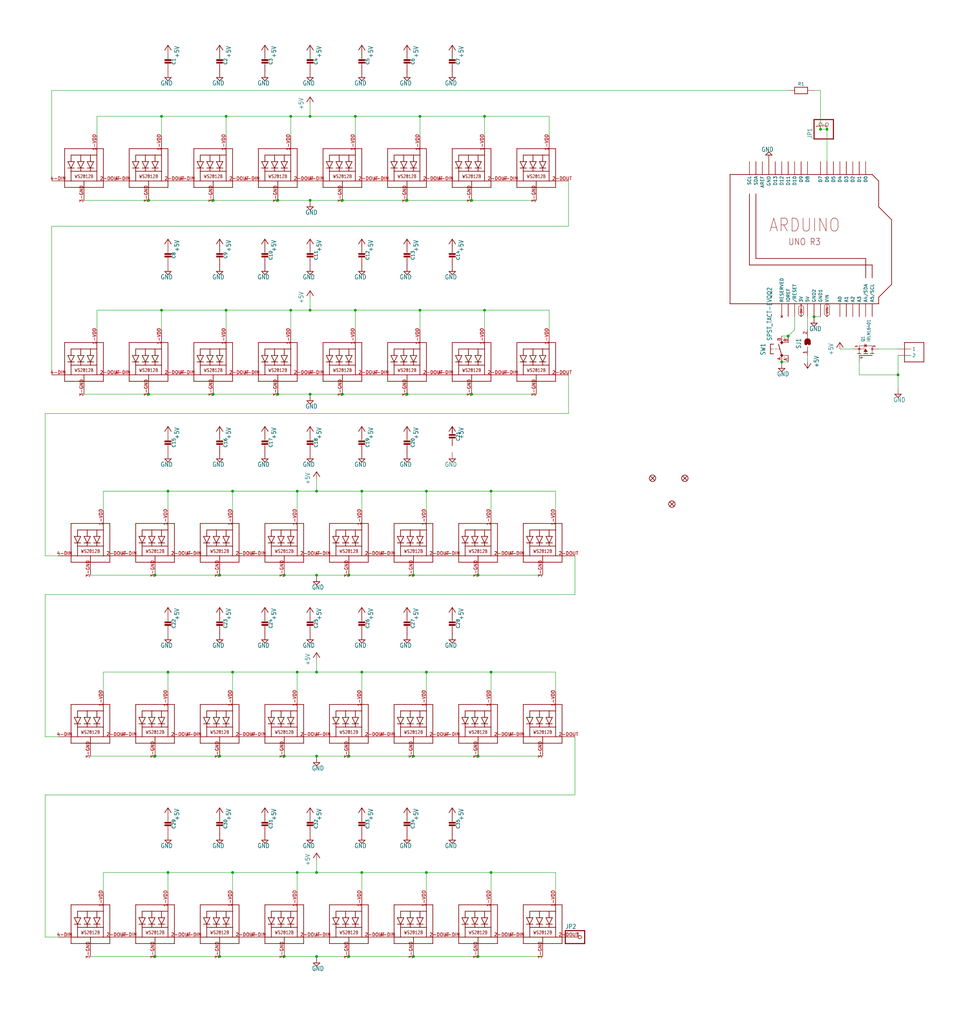
<source format=kicad_sch>
(kicad_sch (version 20230121) (generator eeschema)
  (paper "User" 383.743 402.488)
  (junction (at 86.36 375.92))
  (junction (at 58.42 154.94))
  (junction (at 187.96 297.18))
  (junction (at 66.04 342.9))
  (junction (at 91.44 264.16))
  (junction (at 322.58 50.8))
  (junction (at 139.7 45.72))
  (junction (at 325.12 50.8))
  (junction (at 60.96 297.18))
  (junction (at 66.04 193.04))
  (junction (at 162.56 226.06))
  (junction (at 162.56 297.18))
  (junction (at 86.36 297.18))
  (junction (at 190.5 45.72))
  (junction (at 124.46 375.92))
  (junction (at 63.5 121.92))
  (junction (at 134.62 154.94))
  (junction (at 60.96 375.92))
  (junction (at 165.1 45.72))
  (junction (at 187.96 226.06))
  (junction (at 66.04 264.16))
  (junction (at 91.44 193.04))
  (junction (at 190.5 121.92))
  (junction (at 167.64 342.9))
  (junction (at 111.76 297.18))
  (junction (at 116.84 264.16))
  (junction (at 111.76 375.92))
  (junction (at 142.24 193.04))
  (junction (at 121.92 78.74))
  (junction (at 167.64 193.04))
  (junction (at 124.46 342.9))
  (junction (at 193.04 342.9))
  (junction (at 165.1 121.92))
  (junction (at 121.92 121.92))
  (junction (at 193.04 264.16))
  (junction (at 121.92 154.94))
  (junction (at 60.96 226.06))
  (junction (at 88.9 121.92))
  (junction (at 63.5 45.72))
  (junction (at 142.24 342.9))
  (junction (at 121.92 45.72))
  (junction (at 162.56 375.92))
  (junction (at 309.88 132.08))
  (junction (at 91.44 342.9))
  (junction (at 185.42 78.74))
  (junction (at 142.24 264.16))
  (junction (at 86.36 226.06))
  (junction (at 109.22 154.94))
  (junction (at 124.46 264.16))
  (junction (at 114.3 121.92))
  (junction (at 167.64 264.16))
  (junction (at 139.7 121.92))
  (junction (at 137.16 226.06))
  (junction (at 193.04 193.04))
  (junction (at 124.46 297.18))
  (junction (at 83.82 78.74))
  (junction (at 109.22 78.74))
  (junction (at 185.42 154.94))
  (junction (at 58.42 78.74))
  (junction (at 137.16 297.18))
  (junction (at 307.34 142.24))
  (junction (at 116.84 342.9))
  (junction (at 187.96 375.92))
  (junction (at 111.76 226.06))
  (junction (at 160.02 154.94))
  (junction (at 83.82 154.94))
  (junction (at 114.3 45.72))
  (junction (at 124.46 193.04))
  (junction (at 88.9 45.72))
  (junction (at 353.06 147.32))
  (junction (at 134.62 78.74))
  (junction (at 160.02 78.74))
  (junction (at 320.04 124.46))
  (junction (at 124.46 226.06))
  (junction (at 116.84 193.04))
  (junction (at 137.16 375.92))
  (wire (pts (xy 86.36 226.06) (xy 111.76 226.06)) (stroke (width 0.1524)))
  (wire (pts (xy 111.76 226.06) (xy 124.46 226.06)) (stroke (width 0.1524)))
  (wire (pts (xy 35.56 226.06) (xy 60.96 226.06)) (stroke (width 0.1524)))
  (wire (pts (xy 325.12 50.8) (xy 322.58 50.8)) (stroke (width 0.1524)))
  (wire (pts (xy 86.36 297.18) (xy 111.76 297.18)) (stroke (width 0.1524)))
  (wire (pts (xy 185.42 78.74) (xy 210.82 78.74)) (stroke (width 0.1524)))
  (wire (pts (xy 167.64 342.9) (xy 193.04 342.9)) (stroke (width 0.1524)))
  (wire (pts (xy 66.04 200.66) (xy 66.04 193.04)) (stroke (width 0.1524)))
  (wire (pts (xy 226.06 312.42) (xy 226.06 289.56)) (stroke (width 0.1524)))
  (wire (pts (xy 88.9 45.72) (xy 88.9 53.34)) (stroke (width 0.1524)))
  (wire (pts (xy 40.64 342.9) (xy 66.04 342.9)) (stroke (width 0.1524)))
  (wire (pts (xy 17.78 218.44) (xy 17.78 162.56)) (stroke (width 0.1524)))
  (wire (pts (xy 215.9 121.92) (xy 215.9 129.54)) (stroke (width 0.1524)))
  (wire (pts (xy 193.04 342.9) (xy 218.44 342.9)) (stroke (width 0.1524)))
  (wire (pts (xy 124.46 226.06) (xy 137.16 226.06)) (stroke (width 0.1524)))
  (wire (pts (xy 218.44 342.9) (xy 218.44 350.52)) (stroke (width 0.1524)))
  (wire (pts (xy 162.56 226.06) (xy 187.96 226.06)) (stroke (width 0.1524)))
  (wire (pts (xy 22.86 218.44) (xy 17.78 218.44)) (stroke (width 0.1524)))
  (wire (pts (xy 17.78 368.3) (xy 17.78 312.42)) (stroke (width 0.1524)))
  (wire (pts (xy 137.16 297.18) (xy 162.56 297.18)) (stroke (width 0.1524)))
  (wire (pts (xy 160.02 78.74) (xy 185.42 78.74)) (stroke (width 0.1524)))
  (wire (pts (xy 165.1 53.34) (xy 165.1 45.72)) (stroke (width 0.1524)))
  (wire (pts (xy 139.7 121.92) (xy 139.7 129.54)) (stroke (width 0.1524)))
  (wire (pts (xy 91.44 264.16) (xy 116.84 264.16)) (stroke (width 0.1524)))
  (wire (pts (xy 320.04 35.56) (xy 322.58 35.56)) (stroke (width 0.1524)))
  (wire (pts (xy 193.04 264.16) (xy 218.44 264.16)) (stroke (width 0.1524)))
  (wire (pts (xy 114.3 121.92) (xy 121.92 121.92)) (stroke (width 0.1524)))
  (wire (pts (xy 20.32 35.56) (xy 309.88 35.56)) (stroke (width 0.1524)))
  (wire (pts (xy 187.96 297.18) (xy 213.36 297.18)) (stroke (width 0.1524)))
  (wire (pts (xy 116.84 264.16) (xy 116.84 271.78)) (stroke (width 0.1524)))
  (wire (pts (xy 22.86 289.56) (xy 17.78 289.56)) (stroke (width 0.1524)))
  (wire (pts (xy 114.3 45.72) (xy 121.92 45.72)) (stroke (width 0.1524)))
  (wire (pts (xy 124.46 342.9) (xy 142.24 342.9)) (stroke (width 0.1524)))
  (wire (pts (xy 116.84 264.16) (xy 124.46 264.16)) (stroke (width 0.1524)))
  (wire (pts (xy 193.04 193.04) (xy 218.44 193.04)) (stroke (width 0.1524)))
  (wire (pts (xy 165.1 121.92) (xy 190.5 121.92)) (stroke (width 0.1524)))
  (wire (pts (xy 335.28 137.16) (xy 330.2 137.16)) (stroke (width 0.1524)))
  (wire (pts (xy 17.78 289.56) (xy 17.78 233.68)) (stroke (width 0.1524)))
  (wire (pts (xy 40.64 271.78) (xy 40.64 264.16)) (stroke (width 0.1524)))
  (wire (pts (xy 353.06 147.32) (xy 353.06 152.4)) (stroke (width 0.1524)))
  (wire (pts (xy 167.64 350.52) (xy 167.64 342.9)) (stroke (width 0.1524)))
  (wire (pts (xy 114.3 45.72) (xy 114.3 53.34)) (stroke (width 0.1524)))
  (wire (pts (xy 86.36 375.92) (xy 111.76 375.92)) (stroke (width 0.1524)))
  (wire (pts (xy 124.46 259.08) (xy 124.46 264.16)) (stroke (width 0.1524)))
  (wire (pts (xy 38.1 45.72) (xy 63.5 45.72)) (stroke (width 0.1524)))
  (wire (pts (xy 114.3 121.92) (xy 114.3 129.54)) (stroke (width 0.1524)))
  (wire (pts (xy 142.24 342.9) (xy 142.24 350.52)) (stroke (width 0.1524)))
  (wire (pts (xy 91.44 342.9) (xy 116.84 342.9)) (stroke (width 0.1524)))
  (wire (pts (xy 58.42 78.74) (xy 83.82 78.74)) (stroke (width 0.1524)))
  (wire (pts (xy 167.64 193.04) (xy 193.04 193.04)) (stroke (width 0.1524)))
  (wire (pts (xy 190.5 121.92) (xy 190.5 129.54)) (stroke (width 0.1524)))
  (wire (pts (xy 218.44 193.04) (xy 218.44 200.66)) (stroke (width 0.1524)))
  (wire (pts (xy 223.52 162.56) (xy 223.52 147.32)) (stroke (width 0.1524)))
  (wire (pts (xy 223.52 88.9) (xy 223.52 71.12)) (stroke (width 0.1524)))
  (wire (pts (xy 167.64 264.16) (xy 193.04 264.16)) (stroke (width 0.1524)))
  (wire (pts (xy 139.7 121.92) (xy 165.1 121.92)) (stroke (width 0.1524)))
  (wire (pts (xy 121.92 154.94) (xy 134.62 154.94)) (stroke (width 0.1524)))
  (wire (pts (xy 124.46 375.92) (xy 137.16 375.92)) (stroke (width 0.1524)))
  (wire (pts (xy 165.1 129.54) (xy 165.1 121.92)) (stroke (width 0.1524)))
  (wire (pts (xy 121.92 40.64) (xy 121.92 45.72)) (stroke (width 0.1524)))
  (wire (pts (xy 116.84 342.9) (xy 116.84 350.52)) (stroke (width 0.1524)))
  (wire (pts (xy 38.1 121.92) (xy 63.5 121.92)) (stroke (width 0.1524)))
  (wire (pts (xy 58.42 154.94) (xy 83.82 154.94)) (stroke (width 0.1524)))
  (wire (pts (xy 337.82 142.24) (xy 337.82 147.32)) (stroke (width 0.1524)))
  (wire (pts (xy 218.44 264.16) (xy 218.44 271.78)) (stroke (width 0.1524)))
  (wire (pts (xy 66.04 342.9) (xy 91.44 342.9)) (stroke (width 0.1524)))
  (wire (pts (xy 111.76 375.92) (xy 124.46 375.92)) (stroke (width 0.1524)))
  (wire (pts (xy 137.16 226.06) (xy 162.56 226.06)) (stroke (width 0.1524)))
  (wire (pts (xy 20.32 71.12) (xy 20.32 35.56)) (stroke (width 0.1524)))
  (wire (pts (xy 88.9 121.92) (xy 88.9 129.54)) (stroke (width 0.1524)))
  (wire (pts (xy 187.96 375.92) (xy 213.36 375.92)) (stroke (width 0.1524)))
  (wire (pts (xy 215.9 45.72) (xy 215.9 53.34)) (stroke (width 0.1524)))
  (wire (pts (xy 40.64 264.16) (xy 66.04 264.16)) (stroke (width 0.1524)))
  (wire (pts (xy 309.88 142.24) (xy 307.34 142.24)) (stroke (width 0.1524)))
  (wire (pts (xy 162.56 375.92) (xy 187.96 375.92)) (stroke (width 0.1524)))
  (wire (pts (xy 187.96 226.06) (xy 213.36 226.06)) (stroke (width 0.1524)))
  (wire (pts (xy 317.5 139.7) (xy 317.5 142.24)) (stroke (width 0.1524)))
  (wire (pts (xy 193.04 264.16) (xy 193.04 271.78)) (stroke (width 0.1524)))
  (wire (pts (xy 121.92 45.72) (xy 139.7 45.72)) (stroke (width 0.1524)))
  (wire (pts (xy 66.04 264.16) (xy 91.44 264.16)) (stroke (width 0.1524)))
  (wire (pts (xy 142.24 193.04) (xy 142.24 200.66)) (stroke (width 0.1524)))
  (wire (pts (xy 322.58 124.46) (xy 320.04 124.46)) (stroke (width 0.1524)))
  (wire (pts (xy 124.46 337.82) (xy 124.46 342.9)) (stroke (width 0.1524)))
  (wire (pts (xy 60.96 226.06) (xy 86.36 226.06)) (stroke (width 0.1524)))
  (wire (pts (xy 116.84 342.9) (xy 124.46 342.9)) (stroke (width 0.1524)))
  (wire (pts (xy 121.92 116.84) (xy 121.92 121.92)) (stroke (width 0.1524)))
  (wire (pts (xy 317.5 124.46) (xy 317.5 129.54)) (stroke (width 0.1524)))
  (wire (pts (xy 190.5 121.92) (xy 215.9 121.92)) (stroke (width 0.1524)))
  (wire (pts (xy 121.92 121.92) (xy 139.7 121.92)) (stroke (width 0.1524)))
  (wire (pts (xy 142.24 342.9) (xy 167.64 342.9)) (stroke (width 0.1524)))
  (wire (pts (xy 35.56 297.18) (xy 60.96 297.18)) (stroke (width 0.1524)))
  (wire (pts (xy 193.04 342.9) (xy 193.04 350.52)) (stroke (width 0.1524)))
  (wire (pts (xy 116.84 193.04) (xy 124.46 193.04)) (stroke (width 0.1524)))
  (wire (pts (xy 309.88 132.08) (xy 312.42 129.54)) (stroke (width 0.1524)))
  (wire (pts (xy 91.44 193.04) (xy 116.84 193.04)) (stroke (width 0.1524)))
  (wire (pts (xy 17.78 233.68) (xy 226.06 233.68)) (stroke (width 0.1524)))
  (wire (pts (xy 83.82 154.94) (xy 109.22 154.94)) (stroke (width 0.1524)))
  (wire (pts (xy 60.96 375.92) (xy 86.36 375.92)) (stroke (width 0.1524)))
  (wire (pts (xy 312.42 129.54) (xy 312.42 124.46)) (stroke (width 0.1524)))
  (wire (pts (xy 307.34 132.08) (xy 309.88 132.08)) (stroke (width 0.1524)))
  (wire (pts (xy 134.62 154.94) (xy 160.02 154.94)) (stroke (width 0.1524)))
  (wire (pts (xy 142.24 264.16) (xy 167.64 264.16)) (stroke (width 0.1524)))
  (wire (pts (xy 116.84 193.04) (xy 116.84 200.66)) (stroke (width 0.1524)))
  (wire (pts (xy 40.64 200.66) (xy 40.64 193.04)) (stroke (width 0.1524)))
  (wire (pts (xy 83.82 78.74) (xy 109.22 78.74)) (stroke (width 0.1524)))
  (wire (pts (xy 22.86 368.3) (xy 17.78 368.3)) (stroke (width 0.1524)))
  (wire (pts (xy 134.62 78.74) (xy 160.02 78.74)) (stroke (width 0.1524)))
  (wire (pts (xy 167.64 271.78) (xy 167.64 264.16)) (stroke (width 0.1524)))
  (wire (pts (xy 139.7 45.72) (xy 165.1 45.72)) (stroke (width 0.1524)))
  (wire (pts (xy 162.56 297.18) (xy 187.96 297.18)) (stroke (width 0.1524)))
  (wire (pts (xy 66.04 350.52) (xy 66.04 342.9)) (stroke (width 0.1524)))
  (wire (pts (xy 165.1 45.72) (xy 190.5 45.72)) (stroke (width 0.1524)))
  (wire (pts (xy 35.56 375.92) (xy 60.96 375.92)) (stroke (width 0.1524)))
  (wire (pts (xy 33.02 154.94) (xy 58.42 154.94)) (stroke (width 0.1524)))
  (wire (pts (xy 109.22 78.74) (xy 121.92 78.74)) (stroke (width 0.1524)))
  (wire (pts (xy 124.46 264.16) (xy 142.24 264.16)) (stroke (width 0.1524)))
  (wire (pts (xy 139.7 45.72) (xy 139.7 53.34)) (stroke (width 0.1524)))
  (wire (pts (xy 33.02 78.74) (xy 58.42 78.74)) (stroke (width 0.1524)))
  (wire (pts (xy 345.44 137.16) (xy 353.06 137.16)) (stroke (width 0.1524)))
  (wire (pts (xy 17.78 312.42) (xy 226.06 312.42)) (stroke (width 0.1524)))
  (wire (pts (xy 160.02 154.94) (xy 185.42 154.94)) (stroke (width 0.1524)))
  (wire (pts (xy 38.1 53.34) (xy 38.1 45.72)) (stroke (width 0.1524)))
  (wire (pts (xy 121.92 78.74) (xy 134.62 78.74)) (stroke (width 0.1524)))
  (wire (pts (xy 60.96 297.18) (xy 86.36 297.18)) (stroke (width 0.1524)))
  (wire (pts (xy 63.5 121.92) (xy 88.9 121.92)) (stroke (width 0.1524)))
  (wire (pts (xy 337.82 147.32) (xy 353.06 147.32)) (stroke (width 0.1524)))
  (wire (pts (xy 226.06 233.68) (xy 226.06 218.44)) (stroke (width 0.1524)))
  (wire (pts (xy 325.12 63.5) (xy 325.12 50.8)) (stroke (width 0.1524)))
  (wire (pts (xy 40.64 193.04) (xy 66.04 193.04)) (stroke (width 0.1524)))
  (wire (pts (xy 193.04 193.04) (xy 193.04 200.66)) (stroke (width 0.1524)))
  (wire (pts (xy 66.04 271.78) (xy 66.04 264.16)) (stroke (width 0.1524)))
  (wire (pts (xy 88.9 45.72) (xy 114.3 45.72)) (stroke (width 0.1524)))
  (wire (pts (xy 137.16 375.92) (xy 162.56 375.92)) (stroke (width 0.1524)))
  (wire (pts (xy 167.64 200.66) (xy 167.64 193.04)) (stroke (width 0.1524)))
  (wire (pts (xy 20.32 88.9) (xy 223.52 88.9)) (stroke (width 0.1524)))
  (wire (pts (xy 91.44 342.9) (xy 91.44 350.52)) (stroke (width 0.1524)))
  (wire (pts (xy 190.5 45.72) (xy 215.9 45.72)) (stroke (width 0.1524)))
  (wire (pts (xy 124.46 187.96) (xy 124.46 193.04)) (stroke (width 0.1524)))
  (wire (pts (xy 109.22 154.94) (xy 121.92 154.94)) (stroke (width 0.1524)))
  (wire (pts (xy 40.64 350.52) (xy 40.64 342.9)) (stroke (width 0.1524)))
  (wire (pts (xy 353.06 139.7) (xy 353.06 147.32)) (stroke (width 0.1524)))
  (wire (pts (xy 38.1 129.54) (xy 38.1 121.92)) (stroke (width 0.1524)))
  (wire (pts (xy 63.5 45.72) (xy 88.9 45.72)) (stroke (width 0.1524)))
  (wire (pts (xy 91.44 264.16) (xy 91.44 271.78)) (stroke (width 0.1524)))
  (wire (pts (xy 88.9 121.92) (xy 114.3 121.92)) (stroke (width 0.1524)))
  (wire (pts (xy 142.24 193.04) (xy 167.64 193.04)) (stroke (width 0.1524)))
  (wire (pts (xy 142.24 264.16) (xy 142.24 271.78)) (stroke (width 0.1524)))
  (wire (pts (xy 63.5 129.54) (xy 63.5 121.92)) (stroke (width 0.1524)))
  (wire (pts (xy 190.5 45.72) (xy 190.5 53.34)) (stroke (width 0.1524)))
  (wire (pts (xy 66.04 193.04) (xy 91.44 193.04)) (stroke (width 0.1524)))
  (wire (pts (xy 111.76 297.18) (xy 124.46 297.18)) (stroke (width 0.1524)))
  (wire (pts (xy 20.32 147.32) (xy 20.32 88.9)) (stroke (width 0.1524)))
  (wire (pts (xy 63.5 53.34) (xy 63.5 45.72)) (stroke (width 0.1524)))
  (wire (pts (xy 91.44 193.04) (xy 91.44 200.66)) (stroke (width 0.1524)))
  (wire (pts (xy 124.46 297.18) (xy 137.16 297.18)) (stroke (width 0.1524)))
  (wire (pts (xy 124.46 193.04) (xy 142.24 193.04)) (stroke (width 0.1524)))
  (wire (pts (xy 322.58 35.56) (xy 322.58 50.8)) (stroke (width 0.1524)))
  (wire (pts (xy 17.78 162.56) (xy 223.52 162.56)) (stroke (width 0.1524)))
  (wire (pts (xy 185.42 154.94) (xy 210.82 154.94)) (stroke (width 0.1524)))
  (global_label "VIN" (shape bidirectional) (at 325.12 124.46 90) (effects (font (size 1.016 1.016))) (property "Intersheetrefs" "${INTERSHEET_REFS}" (effects hide)))
  (global_label "3V" (shape bidirectional) (at 314.96 124.46 90) (effects (font (size 1.016 1.016))) (property "Intersheetrefs" "${INTERSHEET_REFS}" (effects hide)))
  (symbol (lib_id "working-eagle-import:WS2812B5050") (at 187.96 365.76 0) (unit 1)
    (property "Reference" "LED39" (effects hide))
    (property "Value" "WS2812B5050" (effects hide))
    (property "Footprint" "working:WS2812B" (effects hide))
  )
  (symbol (lib_id "working-eagle-import:CAP_CERAMIC_0805NO") (at 177.8 325.12 0) (mirror y) (unit 1)
    (property "Reference" "C35" (at 180.09 323.87 90))
    (property "Value" "CAP_CERAMIC_0805NO" (effects hide))
    (property "Footprint" "working:_0805NO" (effects hide))
  )
  (symbol (lib_id "working-eagle-import:+5V") (at 160.02 238.76 0) (mirror y) (unit 1)
    (property "Reference" "#P+32" (effects hide))
    (property "Value" "+5V" (at 162.56 243.84 90) (effects (font (size 1.778 1.5113)) (justify left bottom)))
  )
  (symbol (lib_id "working-eagle-import:WS2812B5050") (at 83.82 144.78 0) (unit 1)
    (property "Reference" "LED11" (effects hide))
    (property "Value" "WS2812B5050" (effects hide))
    (property "Footprint" "working:WS2812B" (effects hide))
  )
  (symbol (lib_id "working-eagle-import:WS2812B5050") (at 213.36 215.9 0) (unit 1)
    (property "Reference" "LED24" (effects hide))
    (property "Value" "WS2812B5050" (effects hide))
    (property "Footprint" "working:WS2812B" (effects hide))
  )
  (symbol (lib_id "working-eagle-import:GND") (at 177.8 30.48 0) (mirror y) (unit 1)
    (property "Reference" "#SUPPLY17" (effects hide))
    (property "Value" "GND" (at 179.705 33.655 0) (effects (font (size 1.778 1.5113)) (justify left bottom)))
  )
  (symbol (lib_id "working-eagle-import:WS2812B5050") (at 60.96 365.76 0) (unit 1)
    (property "Reference" "LED34" (effects hide))
    (property "Value" "WS2812B5050" (effects hide))
    (property "Footprint" "working:WS2812B" (effects hide))
  )
  (symbol (lib_id "working-eagle-import:CAP_CERAMIC_0805NO") (at 160.02 101.6 0) (mirror y) (unit 1)
    (property "Reference" "C13" (at 162.31 100.35 90))
    (property "Value" "CAP_CERAMIC_0805NO" (effects hide))
    (property "Footprint" "working:_0805NO" (effects hide))
  )
  (symbol (lib_id "working-eagle-import:WS2812B5050") (at 160.02 144.78 0) (unit 1)
    (property "Reference" "LED14" (effects hide))
    (property "Value" "WS2812B5050" (effects hide))
    (property "Footprint" "working:WS2812B" (effects hide))
  )
  (symbol (lib_id "working-eagle-import:CAP_CERAMIC_0805NO") (at 177.8 101.6 0) (mirror y) (unit 1)
    (property "Reference" "C14" (at 180.09 100.35 90))
    (property "Value" "CAP_CERAMIC_0805NO" (effects hide))
    (property "Footprint" "working:_0805NO" (effects hide))
  )
  (symbol (lib_id "working-eagle-import:+5V") (at 86.36 167.64 0) (mirror y) (unit 1)
    (property "Reference" "#P+20" (effects hide))
    (property "Value" "+5V" (at 88.9 172.72 90) (effects (font (size 1.778 1.5113)) (justify left bottom)))
  )
  (symbol (lib_id "working-eagle-import:CAP_CERAMIC_0805NO") (at 66.04 101.6 0) (mirror y) (unit 1)
    (property "Reference" "C8" (at 68.33 100.35 90))
    (property "Value" "CAP_CERAMIC_0805NO" (effects hide))
    (property "Footprint" "working:_0805NO" (effects hide))
  )
  (symbol (lib_id "working-eagle-import:+5V") (at 121.92 114.3 0) (unit 1)
    (property "Reference" "#P+9" (effects hide))
    (property "Value" "+5V" (at 119.38 119.38 90) (effects (font (size 1.778 1.5113)) (justify left bottom)))
  )
  (symbol (lib_id "working-eagle-import:GND") (at 104.14 106.68 0) (mirror y) (unit 1)
    (property "Reference" "#SUPPLY8" (effects hide))
    (property "Value" "GND" (at 106.045 109.855 0) (effects (font (size 1.778 1.5113)) (justify left bottom)))
  )
  (symbol (lib_id "working-eagle-import:WS2812B5050") (at 33.02 144.78 0) (unit 1)
    (property "Reference" "LED9" (effects hide))
    (property "Value" "WS2812B5050" (effects hide))
    (property "Footprint" "working:WS2812B" (effects hide))
  )
  (symbol (lib_id "working-eagle-import:+5V") (at 177.8 238.76 0) (mirror y) (unit 1)
    (property "Reference" "#P+33" (effects hide))
    (property "Value" "+5V" (at 180.34 243.84 90) (effects (font (size 1.778 1.5113)) (justify left bottom)))
  )
  (symbol (lib_id "working-eagle-import:WS2812B5050") (at 86.36 215.9 0) (unit 1)
    (property "Reference" "LED19" (effects hide))
    (property "Value" "WS2812B5050" (effects hide))
    (property "Footprint" "working:WS2812B" (effects hide))
  )
  (symbol (lib_id "working-eagle-import:GND") (at 177.8 251.46 0) (mirror y) (unit 1)
    (property "Reference" "#SUPPLY37" (effects hide))
    (property "Value" "GND" (at 179.705 254.635 0) (effects (font (size 1.778 1.5113)) (justify left bottom)))
  )
  (symbol (lib_id "working-eagle-import:+5V") (at 142.24 17.78 0) (mirror y) (unit 1)
    (property "Reference" "#P+7" (effects hide))
    (property "Value" "+5V" (at 144.78 22.86 90) (effects (font (size 1.778 1.5113)) (justify left bottom)))
  )
  (symbol (lib_id "working-eagle-import:+5V") (at 104.14 317.5 0) (mirror y) (unit 1)
    (property "Reference" "#P+37" (effects hide))
    (property "Value" "+5V" (at 106.68 322.58 90) (effects (font (size 1.778 1.5113)) (justify left bottom)))
  )
  (symbol (lib_id "working-eagle-import:CAP_CERAMIC_0805NO") (at 160.02 246.38 0) (mirror y) (unit 1)
    (property "Reference" "C27" (at 162.31 245.13 90))
    (property "Value" "CAP_CERAMIC_0805NO" (effects hide))
    (property "Footprint" "working:_0805NO" (effects hide))
  )
  (symbol (lib_id "working-eagle-import:+5V") (at 142.24 238.76 0) (mirror y) (unit 1)
    (property "Reference" "#P+31" (effects hide))
    (property "Value" "+5V" (at 144.78 243.84 90) (effects (font (size 1.778 1.5113)) (justify left bottom)))
  )
  (symbol (lib_id "working-eagle-import:+5V") (at 121.92 17.78 0) (mirror y) (unit 1)
    (property "Reference" "#P+6" (effects hide))
    (property "Value" "+5V" (at 124.46 22.86 90) (effects (font (size 1.778 1.5113)) (justify left bottom)))
  )
  (symbol (lib_id "working-eagle-import:CAP_CERAMIC_0805NO") (at 86.36 175.26 0) (mirror y) (unit 1)
    (property "Reference" "C16" (at 88.65 174.01 90))
    (property "Value" "CAP_CERAMIC_0805NO" (effects hide))
    (property "Footprint" "working:_0805NO" (effects hide))
  )
  (symbol (lib_id "working-eagle-import:+5V") (at 160.02 17.78 0) (mirror y) (unit 1)
    (property "Reference" "#P+8" (effects hide))
    (property "Value" "+5V" (at 162.56 22.86 90) (effects (font (size 1.778 1.5113)) (justify left bottom)))
  )
  (symbol (lib_id "working-eagle-import:+5V") (at 160.02 93.98 0) (mirror y) (unit 1)
    (property "Reference" "#P+16" (effects hide))
    (property "Value" "+5V" (at 162.56 99.06 90) (effects (font (size 1.778 1.5113)) (justify left bottom)))
  )
  (symbol (lib_id "working-eagle-import:WS2812B5050") (at 160.02 68.58 0) (unit 1)
    (property "Reference" "LED6" (effects hide))
    (property "Value" "WS2812B5050" (effects hide))
    (property "Footprint" "working:WS2812B" (effects hide))
  )
  (symbol (lib_id "working-eagle-import:WS2812B5050") (at 213.36 287.02 0) (unit 1)
    (property "Reference" "LED32" (effects hide))
    (property "Value" "WS2812B5050" (effects hide))
    (property "Footprint" "working:WS2812B" (effects hide))
  )
  (symbol (lib_id "working-eagle-import:GND") (at 104.14 30.48 0) (mirror y) (unit 1)
    (property "Reference" "#SUPPLY12" (effects hide))
    (property "Value" "GND" (at 106.045 33.655 0) (effects (font (size 1.778 1.5113)) (justify left bottom)))
  )
  (symbol (lib_id "working-eagle-import:GND") (at 142.24 251.46 0) (mirror y) (unit 1)
    (property "Reference" "#SUPPLY35" (effects hide))
    (property "Value" "GND" (at 144.145 254.635 0) (effects (font (size 1.778 1.5113)) (justify left bottom)))
  )
  (symbol (lib_id "working-eagle-import:GND") (at 121.92 106.68 0) (mirror y) (unit 1)
    (property "Reference" "#SUPPLY9" (effects hide))
    (property "Value" "GND" (at 123.825 109.855 0) (effects (font (size 1.778 1.5113)) (justify left bottom)))
  )
  (symbol (lib_id "working-eagle-import:CAP_CERAMIC_0805NO") (at 142.24 175.26 0) (mirror y) (unit 1)
    (property "Reference" "C19" (at 144.53 174.01 90))
    (property "Value" "CAP_CERAMIC_0805NO" (effects hide))
    (property "Footprint" "working:_0805NO" (effects hide))
  )
  (symbol (lib_id "working-eagle-import:+5V") (at 124.46 335.28 0) (unit 1)
    (property "Reference" "#P+34" (effects hide))
    (property "Value" "+5V" (at 121.92 340.36 90) (effects (font (size 1.778 1.5113)) (justify left bottom)))
  )
  (symbol (lib_id "working-eagle-import:CAP_CERAMIC_0805NO") (at 121.92 325.12 0) (mirror y) (unit 1)
    (property "Reference" "C32" (at 124.21 323.87 90))
    (property "Value" "CAP_CERAMIC_0805NO" (effects hide))
    (property "Footprint" "working:_0805NO" (effects hide))
  )
  (symbol (lib_id "working-eagle-import:CAP_CERAMIC_0805NO") (at 177.8 25.4 0) (mirror y) (unit 1)
    (property "Reference" "C7" (at 180.09 24.15 90))
    (property "Value" "CAP_CERAMIC_0805NO" (effects hide))
    (property "Footprint" "working:_0805NO" (effects hide))
  )
  (symbol (lib_id "working-eagle-import:CAP_CERAMIC_0805NO") (at 86.36 325.12 0) (mirror y) (unit 1)
    (property "Reference" "C30" (at 88.65 323.87 90))
    (property "Value" "CAP_CERAMIC_0805NO" (effects hide))
    (property "Footprint" "working:_0805NO" (effects hide))
  )
  (symbol (lib_id "working-eagle-import:+5V") (at 104.14 167.64 0) (mirror y) (unit 1)
    (property "Reference" "#P+21" (effects hide))
    (property "Value" "+5V" (at 106.68 172.72 90) (effects (font (size 1.778 1.5113)) (justify left bottom)))
  )
  (symbol (lib_id "working-eagle-import:CAP_CERAMIC_0805NO") (at 160.02 175.26 0) (mirror y) (unit 1)
    (property "Reference" "C20" (at 162.31 174.01 90))
    (property "Value" "CAP_CERAMIC_0805NO" (effects hide))
    (property "Footprint" "working:_0805NO" (effects hide))
  )
  (symbol (lib_id "working-eagle-import:GND") (at 177.8 330.2 0) (mirror y) (unit 1)
    (property "Reference" "#SUPPLY46" (effects hide))
    (property "Value" "GND" (at 179.705 333.375 0) (effects (font (size 1.778 1.5113)) (justify left bottom)))
  )
  (symbol (lib_id "working-eagle-import:WS2812B5050") (at 109.22 68.58 0) (unit 1)
    (property "Reference" "LED4" (effects hide))
    (property "Value" "WS2812B5050" (effects hide))
    (property "Footprint" "working:WS2812B" (effects hide))
  )
  (symbol (lib_id "working-eagle-import:+5V") (at 124.46 256.54 0) (unit 1)
    (property "Reference" "#P+26" (effects hide))
    (property "Value" "+5V" (at 121.92 261.62 90) (effects (font (size 1.778 1.5113)) (justify left bottom)))
  )
  (symbol (lib_id "working-eagle-import:GND") (at 320.04 127 0) (unit 1)
    (property "Reference" "#SUPPLY2" (effects hide))
    (property "Value" "GND" (at 318.135 130.175 0) (effects (font (size 1.778 1.5113)) (justify left bottom)))
  )
  (symbol (lib_id "working-eagle-import:GND") (at 121.92 30.48 0) (mirror y) (unit 1)
    (property "Reference" "#SUPPLY13" (effects hide))
    (property "Value" "GND" (at 123.825 33.655 0) (effects (font (size 1.778 1.5113)) (justify left bottom)))
  )
  (symbol (lib_id "working-eagle-import:+5V") (at 86.36 238.76 0) (mirror y) (unit 1)
    (property "Reference" "#P+28" (effects hide))
    (property "Value" "+5V" (at 88.9 243.84 90) (effects (font (size 1.778 1.5113)) (justify left bottom)))
  )
  (symbol (lib_id "working-eagle-import:GND") (at 160.02 330.2 0) (mirror y) (unit 1)
    (property "Reference" "#SUPPLY45" (effects hide))
    (property "Value" "GND" (at 161.925 333.375 0) (effects (font (size 1.778 1.5113)) (justify left bottom)))
  )
  (symbol (lib_id "working-eagle-import:PINHD-1X1CB") (at 228.6 368.3 0) (unit 1)
    (property "Reference" "JP2" (at 222.25 365.125 0) (effects (font (size 1.778 1.5113)) (justify left bottom)))
    (property "Value" "PINHD-1X1CB" (effects hide))
    (property "Footprint" "working:1X01-CLEANBIG" (effects hide))
  )
  (symbol (lib_id "working-eagle-import:GND") (at 121.92 81.28 0) (unit 1)
    (property "Reference" "#SUPPLY3" (effects hide))
    (property "Value" "GND" (at 120.015 84.455 0) (effects (font (size 1.778 1.5113)) (justify left bottom)))
  )
  (symbol (lib_id "working-eagle-import:GND") (at 177.8 106.68 0) (mirror y) (unit 1)
    (property "Reference" "#SUPPLY19" (effects hide))
    (property "Value" "GND" (at 179.705 109.855 0) (effects (font (size 1.778 1.5113)) (justify left bottom)))
  )
  (symbol (lib_id "working-eagle-import:ARDUINOR3-BPLACE") (at 320.04 93.98 0) (unit 1)
    (property "Reference" "U1" (effects hide))
    (property "Value" "ARDUINOR3-BPLACE" (effects hide))
    (property "Footprint" "working:ARDUINOR3-BPLACE" (effects hide))
  )
  (symbol (lib_id "working-eagle-import:+5V") (at 86.36 17.78 0) (mirror y) (unit 1)
    (property "Reference" "#P+4" (effects hide))
    (property "Value" "+5V" (at 88.9 22.86 90) (effects (font (size 1.778 1.5113)) (justify left bottom)))
  )
  (symbol (lib_id "working-eagle-import:WS2812B5050") (at 35.56 365.76 0) (unit 1)
    (property "Reference" "LED33" (effects hide))
    (property "Value" "WS2812B5050" (effects hide))
    (property "Footprint" "working:WS2812B" (effects hide))
  )
  (symbol (lib_id "working-eagle-import:CAP_CERAMIC_0805NO") (at 86.36 25.4 0) (mirror y) (unit 1)
    (property "Reference" "C2" (at 88.65 24.15 90))
    (property "Value" "CAP_CERAMIC_0805NO" (effects hide))
    (property "Footprint" "working:_0805NO" (effects hide))
  )
  (symbol (lib_id "working-eagle-import:CAP_CERAMIC_0805NO") (at 121.92 101.6 0) (mirror y) (unit 1)
    (property "Reference" "C11" (at 124.21 100.35 90))
    (property "Value" "CAP_CERAMIC_0805NO" (effects hide))
    (property "Footprint" "working:_0805NO" (effects hide))
  )
  (symbol (lib_id "working-eagle-import:FIDUCIAL{dblquote}{dblquote}") (at 269.24 187.96 0) (unit 1)
    (property "Reference" "FID2" (effects hide))
    (property "Value" "FIDUCIAL{dblquote}{dblquote}" (effects hide))
    (property "Footprint" "working:FIDUCIAL_1MM" (effects hide))
  )
  (symbol (lib_id "working-eagle-import:FIDUCIAL{dblquote}{dblquote}") (at 256.54 187.96 0) (unit 1)
    (property "Reference" "FID1" (effects hide))
    (property "Value" "FIDUCIAL{dblquote}{dblquote}" (effects hide))
    (property "Footprint" "working:FIDUCIAL_1MM" (effects hide))
  )
  (symbol (lib_id "working-eagle-import:WS2812B5050") (at 33.02 68.58 0) (unit 1)
    (property "Reference" "LED1" (effects hide))
    (property "Value" "WS2812B5050" (effects hide))
    (property "Footprint" "working:WS2812B" (effects hide))
  )
  (symbol (lib_id "working-eagle-import:+5V") (at 177.8 93.98 0) (mirror y) (unit 1)
    (property "Reference" "#P+17" (effects hide))
    (property "Value" "+5V" (at 180.34 99.06 90) (effects (font (size 1.778 1.5113)) (justify left bottom)))
  )
  (symbol (lib_id "working-eagle-import:GND") (at 353.06 154.94 0) (unit 1)
    (property "Reference" "#SUPPLY50" (effects hide))
    (property "Value" "GND" (at 351.155 158.115 0) (effects (font (size 1.778 1.5113)) (justify left bottom)))
  )
  (symbol (lib_id "working-eagle-import:WS2812B5050") (at 137.16 365.76 0) (unit 1)
    (property "Reference" "LED37" (effects hide))
    (property "Value" "WS2812B5050" (effects hide))
    (property "Footprint" "working:WS2812B" (effects hide))
  )
  (symbol (lib_id "working-eagle-import:+5V") (at 66.04 93.98 0) (mirror y) (unit 1)
    (property "Reference" "#P+11" (effects hide))
    (property "Value" "+5V" (at 68.58 99.06 90) (effects (font (size 1.778 1.5113)) (justify left bottom)))
  )
  (symbol (lib_id "working-eagle-import:+5V") (at 330.2 134.62 0) (unit 1)
    (property "Reference" "#P+42" (effects hide))
    (property "Value" "+5V" (at 327.66 139.7 90) (effects (font (size 1.778 1.5113)) (justify left bottom)))
  )
  (symbol (lib_id "working-eagle-import:+5V") (at 66.04 17.78 0) (mirror y) (unit 1)
    (property "Reference" "#P+3" (effects hide))
    (property "Value" "+5V" (at 68.58 22.86 90) (effects (font (size 1.778 1.5113)) (justify left bottom)))
  )
  (symbol (lib_id "working-eagle-import:WS2812B5050") (at 86.36 365.76 0) (unit 1)
    (property "Reference" "LED35" (effects hide))
    (property "Value" "WS2812B5050" (effects hide))
    (property "Footprint" "working:WS2812B" (effects hide))
  )
  (symbol (lib_id "working-eagle-import:GND") (at 160.02 180.34 0) (mirror y) (unit 1)
    (property "Reference" "#SUPPLY27" (effects hide))
    (property "Value" "GND" (at 161.925 183.515 0) (effects (font (size 1.778 1.5113)) (justify left bottom)))
  )
  (symbol (lib_id "working-eagle-import:CAP_CERAMIC_0805NO") (at 142.24 246.38 0) (mirror y) (unit 1)
    (property "Reference" "C26" (at 144.53 245.13 90))
    (property "Value" "CAP_CERAMIC_0805NO" (effects hide))
    (property "Footprint" "working:_0805NO" (effects hide))
  )
  (symbol (lib_id "working-eagle-import:GND") (at 142.24 106.68 0) (mirror y) (unit 1)
    (property "Reference" "#SUPPLY16" (effects hide))
    (property "Value" "GND" (at 144.145 109.855 0) (effects (font (size 1.778 1.5113)) (justify left bottom)))
  )
  (symbol (lib_id "working-eagle-import:+5V") (at 142.24 93.98 0) (mirror y) (unit 1)
    (property "Reference" "#P+15" (effects hide))
    (property "Value" "+5V" (at 144.78 99.06 90) (effects (font (size 1.778 1.5113)) (justify left bottom)))
  )
  (symbol (lib_id "working-eagle-import:GND") (at 86.36 180.34 0) (mirror y) (unit 1)
    (property "Reference" "#SUPPLY23" (effects hide))
    (property "Value" "GND" (at 88.265 183.515 0) (effects (font (size 1.778 1.5113)) (justify left bottom)))
  )
  (symbol (lib_id "working-eagle-import:WS2812B5050") (at 58.42 144.78 0) (unit 1)
    (property "Reference" "LED10" (effects hide))
    (property "Value" "WS2812B5050" (effects hide))
    (property "Footprint" "working:WS2812B" (effects hide))
  )
  (symbol (lib_id "working-eagle-import:CAP_CERAMIC_0805NO") (at 121.92 25.4 0) (mirror y) (unit 1)
    (property "Reference" "C4" (at 124.21 24.15 90))
    (property "Value" "CAP_CERAMIC_0805NO" (effects hide))
    (property "Footprint" "working:_0805NO" (effects hide))
  )
  (symbol (lib_id "working-eagle-import:GND") (at 86.36 330.2 0) (mirror y) (unit 1)
    (property "Reference" "#SUPPLY41" (effects hide))
    (property "Value" "GND" (at 88.265 333.375 0) (effects (font (size 1.778 1.5113)) (justify left bottom)))
  )
  (symbol (lib_id "working-eagle-import:CAP_CERAMIC_0805NO") (at 104.14 325.12 0) (mirror y) (unit 1)
    (property "Reference" "C31" (at 106.43 323.87 90))
    (property "Value" "CAP_CERAMIC_0805NO" (effects hide))
    (property "Footprint" "working:_0805NO" (effects hide))
  )
  (symbol (lib_id "working-eagle-import:GND") (at 160.02 106.68 0) (mirror y) (unit 1)
    (property "Reference" "#SUPPLY18" (effects hide))
    (property "Value" "GND" (at 161.925 109.855 0) (effects (font (size 1.778 1.5113)) (justify left bottom)))
  )
  (symbol (lib_id "working-eagle-import:CAP_CERAMIC_0805NO") (at 160.02 325.12 0) (mirror y) (unit 1)
    (property "Reference" "C34" (at 162.31 323.87 90))
    (property "Value" "CAP_CERAMIC_0805NO" (effects hide))
    (property "Footprint" "working:_0805NO" (effects hide))
  )
  (symbol (lib_id "working-eagle-import:WS2812B5050") (at 185.42 68.58 0) (unit 1)
    (property "Reference" "LED7" (effects hide))
    (property "Value" "WS2812B5050" (effects hide))
    (property "Footprint" "working:WS2812B" (effects hide))
  )
  (symbol (lib_id "working-eagle-import:GND") (at 121.92 251.46 0) (mirror y) (unit 1)
    (property "Reference" "#SUPPLY34" (effects hide))
    (property "Value" "GND" (at 123.825 254.635 0) (effects (font (size 1.778 1.5113)) (justify left bottom)))
  )
  (symbol (lib_id "working-eagle-import:GND") (at 124.46 228.6 0) (unit 1)
    (property "Reference" "#SUPPLY20" (effects hide))
    (property "Value" "GND" (at 122.555 231.775 0) (effects (font (size 1.778 1.5113)) (justify left bottom)))
  )
  (symbol (lib_id "working-eagle-import:CAP_CERAMIC_0805NO") (at 86.36 101.6 0) (mirror y) (unit 1)
    (property "Reference" "C9" (at 88.65 100.35 90))
    (property "Value" "CAP_CERAMIC_0805NO" (effects hide))
    (property "Footprint" "working:_0805NO" (effects hide))
  )
  (symbol (lib_id "working-eagle-import:CAP_CERAMIC_0805NO") (at 86.36 246.38 0) (mirror y) (unit 1)
    (property "Reference" "C23" (at 88.65 245.13 90))
    (property "Value" "CAP_CERAMIC_0805NO" (effects hide))
    (property "Footprint" "working:_0805NO" (effects hide))
  )
  (symbol (lib_id "working-eagle-import:WS2812B5050") (at 210.82 68.58 0) (unit 1)
    (property "Reference" "LED8" (effects hide))
    (property "Value" "WS2812B5050" (effects hide))
    (property "Footprint" "working:WS2812B" (effects hide))
  )
  (symbol (lib_id "working-eagle-import:SOLDERJUMPERCLOSED") (at 317.5 134.62 90) (unit 1)
    (property "Reference" "SJ1" (at 314.96 137.16 0) (effects (font (size 1.778 1.5113)) (justify left bottom)))
    (property "Value" "SOLDERJUMPERCLOSED" (effects hide))
    (property "Footprint" "working:SOLDERJUMPER_CLOSEDWIRE" (effects hide))
  )
  (symbol (lib_id "working-eagle-import:WS2812B5050") (at 58.42 68.58 0) (unit 1)
    (property "Reference" "LED2" (effects hide))
    (property "Value" "WS2812B5050" (effects hide))
    (property "Footprint" "working:WS2812B" (effects hide))
  )
  (symbol (lib_id "working-eagle-import:+5V") (at 104.14 238.76 0) (mirror y) (unit 1)
    (property "Reference" "#P+29" (effects hide))
    (property "Value" "+5V" (at 106.68 243.84 90) (effects (font (size 1.778 1.5113)) (justify left bottom)))
  )
  (symbol (lib_id "working-eagle-import:WS2812B5050") (at 187.96 215.9 0) (unit 1)
    (property "Reference" "LED23" (effects hide))
    (property "Value" "WS2812B5050" (effects hide))
    (property "Footprint" "working:WS2812B" (effects hide))
  )
  (symbol (lib_id "working-eagle-import:GND") (at 121.92 330.2 0) (mirror y) (unit 1)
    (property "Reference" "#SUPPLY43" (effects hide))
    (property "Value" "GND" (at 123.825 333.375 0) (effects (font (size 1.778 1.5113)) (justify left bottom)))
  )
  (symbol (lib_id "working-eagle-import:CAP_CERAMIC_0805NO") (at 121.92 246.38 0) (mirror y) (unit 1)
    (property "Reference" "C25" (at 124.21 245.13 90))
    (property "Value" "CAP_CERAMIC_0805NO" (effects hide))
    (property "Footprint" "working:_0805NO" (effects hide))
  )
  (symbol (lib_id "working-eagle-import:GND") (at 124.46 299.72 0) (unit 1)
    (property "Reference" "#SUPPLY29" (effects hide))
    (property "Value" "GND" (at 122.555 302.895 0) (effects (font (size 1.778 1.5113)) (justify left bottom)))
  )
  (symbol (lib_id "working-eagle-import:+5V") (at 104.14 93.98 0) (mirror y) (unit 1)
    (property "Reference" "#P+13" (effects hide))
    (property "Value" "+5V" (at 106.68 99.06 90) (effects (font (size 1.778 1.5113)) (justify left bottom)))
  )
  (symbol (lib_id "working-eagle-import:MOSFET-PWIDE") (at 340.36 137.16 90) (unit 1)
    (property "Reference" "Q1" (at 339.979 134.366 0) (effects (font (size 1.27 1.0795)) (justify left bottom)))
    (property "Value" "IRLML6401" (at 342.265 134.366 0) (effects (font (size 1.27 1.0795)) (justify left bottom)))
    (property "Footprint" "working:SOT23-WIDE" (effects hide))
  )
  (symbol (lib_id "working-eagle-import:+5V") (at 177.8 167.64 0) (mirror y) (unit 1)
    (property "Reference" "#P+25" (effects hide))
    (property "Value" "+5V" (at 180.34 172.72 90) (effects (font (size 1.778 1.5113)) (justify left bottom)))
  )
  (symbol (lib_id "working-eagle-import:GND") (at 66.04 251.46 0) (mirror y) (unit 1)
    (property "Reference" "#SUPPLY31" (effects hide))
    (property "Value" "GND" (at 67.945 254.635 0) (effects (font (size 1.778 1.5113)) (justify left bottom)))
  )
  (symbol (lib_id "working-eagle-import:+5V") (at 160.02 167.64 0) (mirror y) (unit 1)
    (property "Reference" "#P+24" (effects hide))
    (property "Value" "+5V" (at 162.56 172.72 90) (effects (font (size 1.778 1.5113)) (justify left bottom)))
  )
  (symbol (lib_id "working-eagle-import:GND") (at 66.04 106.68 0) (mirror y) (unit 1)
    (property "Reference" "#SUPPLY6" (effects hide))
    (property "Value" "GND" (at 67.945 109.855 0) (effects (font (size 1.778 1.5113)) (justify left bottom)))
  )
  (symbol (lib_id "working-eagle-import:+5V") (at 86.36 317.5 0) (mirror y) (unit 1)
    (property "Reference" "#P+36" (effects hide))
    (property "Value" "+5V" (at 88.9 322.58 90) (effects (font (size 1.778 1.5113)) (justify left bottom)))
  )
  (symbol (lib_id "working-eagle-import:+5V") (at 177.8 17.78 0) (mirror y) (unit 1)
    (property "Reference" "#P+10" (effects hide))
    (property "Value" "+5V" (at 180.34 22.86 90) (effects (font (size 1.778 1.5113)) (justify left bottom)))
  )
  (symbol (lib_id "working-eagle-import:CAP_CERAMIC_0805NO") (at 121.92 175.26 0) (mirror y) (unit 1)
    (property "Reference" "C18" (at 124.21 174.01 90))
    (property "Value" "CAP_CERAMIC_0805NO" (effects hide))
    (property "Footprint" "working:_0805NO" (effects hide))
  )
  (symbol (lib_id "working-eagle-import:GND") (at 160.02 30.48 0) (mirror y) (unit 1)
    (property "Reference" "#SUPPLY15" (effects hide))
    (property "Value" "GND" (at 161.925 33.655 0) (effects (font (size 1.778 1.5113)) (justify left bottom)))
  )
  (symbol (lib_id "working-eagle-import:WS2812B5050") (at 187.96 287.02 0) (unit 1)
    (property "Reference" "LED31" (effects hide))
    (property "Value" "WS2812B5050" (effects hide))
    (property "Footprint" "working:WS2812B" (effects hide))
  )
  (symbol (lib_id "working-eagle-import:+5V") (at 121.92 317.5 0) (mirror y) (unit 1)
    (property "Reference" "#P+38" (effects hide))
    (property "Value" "+5V" (at 124.46 322.58 90) (effects (font (size 1.778 1.5113)) (justify left bottom)))
  )
  (symbol (lib_id "working-eagle-import:GND") (at 66.04 180.34 0) (mirror y) (unit 1)
    (property "Reference" "#SUPPLY22" (effects hide))
    (property "Value" "GND" (at 67.945 183.515 0) (effects (font (size 1.778 1.5113)) (justify left bottom)))
  )
  (symbol (lib_id "working-eagle-import:CAP_CERAMIC_0805NO") (at 66.04 246.38 0) (mirror y) (unit 1)
    (property "Reference" "C22" (at 68.33 245.13 90))
    (property "Value" "CAP_CERAMIC_0805NO" (effects hide))
    (property "Footprint" "working:_0805NO" (effects hide))
  )
  (symbol (lib_id "working-eagle-import:+5V") (at 86.36 93.98 0) (mirror y) (unit 1)
    (property "Reference" "#P+12" (effects hide))
    (property "Value" "+5V" (at 88.9 99.06 90) (effects (font (size 1.778 1.5113)) (justify left bottom)))
  )
  (symbol (lib_id "working-eagle-import:CAP_CERAMIC_0805NO") (at 104.14 246.38 0) (mirror y) (unit 1)
    (property "Reference" "C24" (at 106.43 245.13 90))
    (property "Value" "CAP_CERAMIC_0805NO" (effects hide))
    (property "Footprint" "working:_0805NO" (effects hide))
  )
  (symbol (lib_id "working-eagle-import:WS2812B5050") (at 60.96 287.02 0) (unit 1)
    (property "Reference" "LED26" (effects hide))
    (property "Value" "WS2812B5050" (effects hide))
    (property "Footprint" "working:WS2812B" (effects hide))
  )
  (symbol (lib_id "working-eagle-import:GND") (at 307.34 144.78 0) (unit 1)
    (property "Reference" "#SUPPLY48" (effects hide))
    (property "Value" "GND" (at 305.435 147.955 0) (effects (font (size 1.778 1.5113)) (justify left bottom)))
  )
  (symbol (lib_id "working-eagle-import:+5V") (at 142.24 317.5 0) (mirror y) (unit 1)
    (property "Reference" "#P+39" (effects hide))
    (property "Value" "+5V" (at 144.78 322.58 90) (effects (font (size 1.778 1.5113)) (justify left bottom)))
  )
  (symbol (lib_id "working-eagle-import:GND") (at 142.24 30.48 0) (mirror y) (unit 1)
    (property "Reference" "#SUPPLY14" (effects hide))
    (property "Value" "GND" (at 144.145 33.655 0) (effects (font (size 1.778 1.5113)) (justify left bottom)))
  )
  (symbol (lib_id "working-eagle-import:+5V") (at 121.92 38.1 0) (unit 1)
    (property "Reference" "#P+2" (effects hide))
    (property "Value" "+5V" (at 119.38 43.18 90) (effects (font (size 1.778 1.5113)) (justify left bottom)))
  )
  (symbol (lib_id "working-eagle-import:GND") (at 86.36 106.68 0) (mirror y) (unit 1)
    (property "Reference" "#SUPPLY7" (effects hide))
    (property "Value" "GND" (at 88.265 109.855 0) (effects (font (size 1.778 1.5113)) (justify left bottom)))
  )
  (symbol (lib_id "working-eagle-import:WS2812B5050") (at 60.96 215.9 0) (unit 1)
    (property "Reference" "LED18" (effects hide))
    (property "Value" "WS2812B5050" (effects hide))
    (property "Footprint" "working:WS2812B" (effects hide))
  )
  (symbol (lib_id "working-eagle-import:+5V") (at 177.8 317.5 0) (mirror y) (unit 1)
    (property "Reference" "#P+41" (effects hide))
    (property "Value" "+5V" (at 180.34 322.58 90) (effects (font (size 1.778 1.5113)) (justify left bottom)))
  )
  (symbol (lib_id "working-eagle-import:CAP_CERAMIC_0805NO") (at 142.24 101.6 0) (mirror y) (unit 1)
    (property "Reference" "C12" (at 144.53 100.35 90))
    (property "Value" "CAP_CERAMIC_0805NO" (effects hide))
    (property "Footprint" "working:_0805NO" (effects hide))
  )
  (symbol (lib_id "working-eagle-import:+5V") (at 317.5 144.78 180) (unit 1)
    (property "Reference" "#P+1" (effects hide))
    (property "Value" "+5V" (at 320.04 139.7 90) (effects (font (size 1.778 1.5113)) (justify left bottom)))
  )
  (symbol (lib_id "working-eagle-import:GND") (at 124.46 378.46 0) (unit 1)
    (property "Reference" "#SUPPLY38" (effects hide))
    (property "Value" "GND" (at 122.555 381.635 0) (effects (font (size 1.778 1.5113)) (justify left bottom)))
  )
  (symbol (lib_id "working-eagle-import:WS2812B5050") (at 86.36 287.02 0) (unit 1)
    (property "Reference" "LED27" (effects hide))
    (property "Value" "WS2812B5050" (effects hide))
    (property "Footprint" "working:WS2812B" (effects hide))
  )
  (symbol (lib_id "working-eagle-import:CAP_CERAMIC_0805NO") (at 142.24 25.4 0) (mirror y) (unit 1)
    (property "Reference" "C5" (at 144.53 24.15 90))
    (property "Value" "CAP_CERAMIC_0805NO" (effects hide))
    (property "Footprint" "working:_0805NO" (effects hide))
  )
  (symbol (lib_id "working-eagle-import:WS2812B5050") (at 134.62 68.58 0) (unit 1)
    (property "Reference" "LED5" (effects hide))
    (property "Value" "WS2812B5050" (effects hide))
    (property "Footprint" "working:WS2812B" (effects hide))
  )
  (symbol (lib_id "working-eagle-import:+5V") (at 160.02 317.5 0) (mirror y) (unit 1)
    (property "Reference" "#P+40" (effects hide))
    (property "Value" "+5V" (at 162.56 322.58 90) (effects (font (size 1.778 1.5113)) (justify left bottom)))
  )
  (symbol (lib_id "working-eagle-import:WS2812B5050") (at 137.16 287.02 0) (unit 1)
    (property "Reference" "LED29" (effects hide))
    (property "Value" "WS2812B5050" (effects hide))
    (property "Footprint" "working:WS2812B" (effects hide))
  )
  (symbol (lib_id "working-eagle-import:GND") (at 302.26 60.96 180) (unit 1)
    (property "Reference" "#SUPPLY51" (effects hide))
    (property "Value" "GND" (at 304.165 57.785 0) (effects (font (size 1.778 1.5113)) (justify left bottom)))
  )
  (symbol (lib_id "working-eagle-import:CAP_CERAMIC_0805NO") (at 66.04 25.4 0) (mirror y) (unit 1)
    (property "Reference" "C1" (at 68.33 24.15 90))
    (property "Value" "CAP_CERAMIC_0805NO" (effects hide))
    (property "Footprint" "working:_0805NO" (effects hide))
  )
  (symbol (lib_id "working-eagle-import:WS2812B5050") (at 162.56 365.76 0) (unit 1)
    (property "Reference" "LED38" (effects hide))
    (property "Value" "WS2812B5050" (effects hide))
    (property "Footprint" "working:WS2812B" (effects hide))
  )
  (symbol (lib_id "working-eagle-import:CAP_CERAMIC_0805NO") (at 177.8 246.38 0) (mirror y) (unit 1)
    (property "Reference" "C28" (at 180.09 245.13 90))
    (property "Value" "CAP_CERAMIC_0805NO" (effects hide))
    (property "Footprint" "working:_0805NO" (effects hide))
  )
  (symbol (lib_id "working-eagle-import:WS2812B5050") (at 111.76 287.02 0) (unit 1)
    (property "Reference" "LED28" (effects hide))
    (property "Value" "WS2812B5050" (effects hide))
    (property "Footprint" "working:WS2812B" (effects hide))
  )
  (symbol (lib_id "working-eagle-import:GND") (at 66.04 330.2 0) (mirror y) (unit 1)
    (property "Reference" "#SUPPLY40" (effects hide))
    (property "Value" "GND" (at 67.945 333.375 0) (effects (font (size 1.778 1.5113)) (justify left bottom)))
  )
  (symbol (lib_id "working-eagle-import:CAP_CERAMIC_0805NO") (at 160.02 25.4 0) (mirror y) (unit 1)
    (property "Reference" "C6" (at 162.31 24.15 90))
    (property "Value" "CAP_CERAMIC_0805NO" (effects hide))
    (property "Footprint" "working:_0805NO" (effects hide))
  )
  (symbol (lib_id "working-eagle-import:WS2812B5050") (at 137.16 215.9 0) (unit 1)
    (property "Reference" "LED21" (effects hide))
    (property "Value" "WS2812B5050" (effects hide))
    (property "Footprint" "working:WS2812B" (effects hide))
  )
  (symbol (lib_id "working-eagle-import:WS2812B5050") (at 162.56 287.02 0) (unit 1)
    (property "Reference" "LED30" (effects hide))
    (property "Value" "WS2812B5050" (effects hide))
    (property "Footprint" "working:WS2812B" (effects hide))
  )
  (symbol (lib_id "working-eagle-import:+5V") (at 66.04 317.5 0) (mirror y) (unit 1)
    (property "Reference" "#P+35" (effects hide))
    (property "Value" "+5V" (at 68.58 322.58 90) (effects (font (size 1.778 1.5113)) (justify left bottom)))
  )
  (symbol (lib_id "working-eagle-import:GND") (at 160.02 251.46 0) (mirror y) (unit 1)
    (property "Reference" "#SUPPLY36" (effects hide))
    (property "Value" "GND" (at 161.925 254.635 0) (effects (font (size 1.778 1.5113)) (justify left bottom)))
  )
  (symbol (lib_id "working-eagle-import:CAP_CERAMIC_0805NO") (at 66.04 325.12 0) (mirror y) (unit 1)
    (property "Reference" "C29" (at 68.33 323.87 90))
    (property "Value" "CAP_CERAMIC_0805NO" (effects hide))
    (property "Footprint" "working:_0805NO" (effects hide))
  )
  (symbol (lib_id "working-eagle-import:GND") (at 177.8 180.34 0) (mirror y) (unit 1)
    (property "Reference" "#SUPPLY28" (effects hide))
    (property "Value" "GND" (at 179.705 183.515 0) (effects (font (size 1.778 1.5113)) (justify left bottom)))
  )
  (symbol (lib_id "working-eagle-import:WS2812B5050") (at 185.42 144.78 0) (unit 1)
    (property "Reference" "LED15" (effects hide))
    (property "Value" "WS2812B5050" (effects hide))
    (property "Footprint" "working:WS2812B" (effects hide))
  )
  (symbol (lib_id "working-eagle-import:WS2812B5050") (at 83.82 68.58 0) (unit 1)
    (property "Reference" "LED3" (effects hide))
    (property "Value" "WS2812B5050" (effects hide))
    (property "Footprint" "working:WS2812B" (effects hide))
  )
  (symbol (lib_id "working-eagle-import:WS2812B5050") (at 111.76 215.9 0) (unit 1)
    (property "Reference" "LED20" (effects hide))
    (property "Value" "WS2812B5050" (effects hide))
    (property "Footprint" "working:WS2812B" (effects hide))
  )
  (symbol (lib_id "working-eagle-import:WS2812B5050") (at 162.56 215.9 0) (unit 1)
    (property "Reference" "LED22" (effects hide))
    (property "Value" "WS2812B5050" (effects hide))
    (property "Footprint" "working:WS2812B" (effects hide))
  )
  (symbol (lib_id "working-eagle-import:WS2812B5050") (at 134.62 144.78 0) (unit 1)
    (property "Reference" "LED13" (effects hide))
    (property "Value" "WS2812B5050" (effects hide))
    (property "Footprint" "working:WS2812B" (effects hide))
  )
  (symbol (lib_id "working-eagle-import:CAP_CERAMIC_0805NO") (at 104.14 175.26 0) (mirror y) (unit 1)
    (property "Reference" "C17" (at 106.43 174.01 90))
    (property "Value" "CAP_CERAMIC_0805NO" (effects hide))
    (property "Footprint" "working:_0805NO" (effects hide))
  )
  (symbol (lib_id "working-eagle-import:CAP_CERAMIC_0805NO") (at 104.14 101.6 0) (mirror y) (unit 1)
    (property "Reference" "C10" (at 106.43 100.35 90))
    (property "Value" "CAP_CERAMIC_0805NO" (effects hide))
    (property "Footprint" "working:_0805NO" (effects hide))
  )
  (symbol (lib_id "working-eagle-import:+5V") (at 142.24 167.64 0) (mirror y) (unit 1)
    (property "Reference" "#P+23" (effects hide))
    (property "Value" "+5V" (at 144.78 172.72 90) (effects (font (size 1.778 1.5113)) (justify left bottom)))
  )
  (symbol (lib_id "working-eagle-import:GND") (at 66.04 30.48 0) (mirror y) (unit 1)
    (property "Reference" "#SUPPLY10" (effects hide))
    (property "Value" "GND" (at 67.945 33.655 0) (effects (font (size 1.778 1.5113)) (justify left bottom)))
  )
  (symbol (lib_id "working-eagle-import:+5V") (at 121.92 93.98 0) (mirror y) (unit 1)
    (property "Reference" "#P+14" (effects hide))
    (property "Value" "+5V" (at 124.46 99.06 90) (effects (font (size 1.778 1.5113)) (justify left bottom)))
  )
  (symbol (lib_id "working-eagle-import:CAP_CERAMIC_0805NO") (at 66.04 175.26 0) (mirror y) (unit 1)
    (property "Reference" "C15" (at 68.33 174.01 90))
    (property "Value" "CAP_CERAMIC_0805NO" (effects hide))
    (property "Footprint" "working:_0805NO" (effects hide))
  )
  (symbol (lib_id "working-eagle-import:1X2-3.5MM") (at 358.14 139.7 0) (unit 1)
    (property "Reference" "J1" (effects hide))
    (property "Value" "1X2-3.5MM" (effects hide))
    (property "Footprint" "working:1X2-3.5MM" (effects hide))
  )
  (symbol (lib_id "working-eagle-import:+5V") (at 124.46 185.42 0) (unit 1)
    (property "Reference" "#P+18" (effects hide))
    (property "Value" "+5V" (at 121.92 190.5 90) (effects (font (size 1.778 1.5113)) (justify left bottom)))
  )
  (symbol (lib_id "working-eagle-import:WS2812B5050") (at 109.22 144.78 0) (unit 1)
    (property "Reference" "LED12" (effects hide))
    (property "Value" "WS2812B5050" (effects hide))
    (property "Footprint" "working:WS2812B" (effects hide))
  )
  (symbol (lib_id "working-eagle-import:GND") (at 104.14 330.2 0) (mirror y) (unit 1)
    (property "Reference" "#SUPPLY42" (effects hide))
    (property "Value" "GND" (at 106.045 333.375 0) (effects (font (size 1.778 1.5113)) (justify left bottom)))
  )
  (symbol (lib_id "working-eagle-import:WS2812B5050") (at 111.76 365.76 0) (unit 1)
    (property "Reference" "LED36" (effects hide))
    (property "Value" "WS2812B5050" (effects hide))
    (property "Footprint" "working:WS2812B" (effects hide))
  )
  (symbol (lib_id "working-eagle-import:CAP_CERAMIC_0805NO") (at 104.14 25.4 0) (mirror y) (unit 1)
    (property "Reference" "C3" (at 106.43 24.15 90))
    (property "Value" "CAP_CERAMIC_0805NO" (effects hide))
    (property "Footprint" "working:_0805NO" (effects hide))
  )
  (symbol (lib_id "working-eagle-import:GND") (at 142.24 330.2 0) (mirror y) (unit 1)
    (property "Reference" "#SUPPLY44" (effects hide))
    (property "Value" "GND" (at 144.145 333.375 0) (effects (font (size 1.778 1.5113)) (justify left bottom)))
  )
  (symbol (lib_id "working-eagle-import:WS2812B5050") (at 35.56 215.9 0) (unit 1)
    (property "Reference" "LED17" (effects hide))
    (property "Value" "WS2812B5050" (effects hide))
    (property "Footprint" "working:WS2812B" (effects hide))
  )
  (symbol (lib_id "working-eagle-import:+5V") (at 66.04 238.76 0) (mirror y) (unit 1)
    (property "Reference" "#P+27" (effects hide))
    (property "Value" "+5V" (at 68.58 243.84 90) (effects (font (size 1.778 1.5113)) (justify left bottom)))
  )
  (symbol (lib_id "working-eagle-import:WS2812B5050") (at 210.82 144.78 0) (unit 1)
    (property "Reference" "LED16" (effects hide))
    (property "Value" "WS2812B5050" (effects hide))
    (property "Footprint" "working:WS2812B" (effects hide))
  )
  (symbol (lib_id "working-eagle-import:GND") (at 104.14 251.46 0) (mirror y) (unit 1)
    (property "Reference" "#SUPPLY33" (effects hide))
    (property "Value" "GND" (at 106.045 254.635 0) (effects (font (size 1.778 1.5113)) (justify left bottom)))
  )
  (symbol (lib_id "working-eagle-import:GND") (at 86.36 30.48 0) (mirror y) (unit 1)
    (property "Reference" "#SUPPLY11" (effects hide))
    (property "Value" "GND" (at 88.265 33.655 0) (effects (font (size 1.778 1.5113)) (justify left bottom)))
  )
  (symbol (lib_id "working-eagle-import:CAP_CERAMIC_0805NO") (at 142.24 325.12 0) (mirror y) (unit 1)
    (property "Reference" "C33" (at 144.53 323.87 90))
    (property "Value" "CAP_CERAMIC_0805NO" (effects hide))
    (property "Footprint" "working:_0805NO" (effects hide))
  )
  (symbol (lib_id "working-eagle-import:HEADER-1X2ROUND") (at 325.12 48.26 90) (unit 1)
    (property "Reference" "JP1" (at 319.405 54.61 0) (effects (font (size 1.778 1.5113)) (justify left bottom)))
    (property "Value" "HEADER-1X2ROUND" (effects hide))
    (property "Footprint" "working:1X02_ROUND" (effects hide))
  )
  (symbol (lib_id "working-eagle-import:WS2812B5050") (at 35.56 287.02 0) (unit 1)
    (property "Reference" "LED25" (effects hide))
    (property "Value" "WS2812B5050" (effects hide))
    (property "Footprint" "working:WS2812B" (effects hide))
  )
  (symbol (lib_id "working-eagle-import:GND") (at 121.92 180.34 0) (mirror y) (unit 1)
    (property "Reference" "#SUPPLY25" (effects hide))
    (property "Value" "GND" (at 123.825 183.515 0) (effects (font (size 1.778 1.5113)) (justify left bottom)))
  )
  (symbol (lib_id "working-eagle-import:+5V") (at 66.04 167.64 0) (mirror y) (unit 1)
    (property "Reference" "#P+19" (effects hide))
    (property "Value" "+5V" (at 68.58 172.72 90) (effects (font (size 1.778 1.5113)) (justify left bottom)))
  )
  (symbol (lib_id "working-eagle-import:GND") (at 121.92 157.48 0) (unit 1)
    (property "Reference" "#SUPPLY1" (effects hide))
    (property "Value" "GND" (at 120.015 160.655 0) (effects (font (size 1.778 1.5113)) (justify left bottom)))
  )
  (symbol (lib_id "working-eagle-import:SPST_TACT-EVQQ2") (at 307.34 137.16 0) (unit 1)
    (property "Reference" "SW1" (at 300.99 139.7 90) (effects (font (size 1.778 1.5113)) (justify left bottom)))
    (property "Value" "SPST_TACT-EVQQ2" (at 303.53 133.985 90) (effects (font (size 1.778 1.5113)) (justify left bottom)))
    (property "Footprint" "working:EVQ-Q2" (effects hide))
  )
  (symbol (lib_id "working-eagle-import:+5V") (at 121.92 238.76 0) (mirror y) (unit 1)
    (property "Reference" "#P+30" (effects hide))
    (property "Value" "+5V" (at 124.46 243.84 90) (effects (font (size 1.778 1.5113)) (justify left bottom)))
  )
  (symbol (lib_id "working-eagle-import:CAP_CERAMIC_0805NO") (at 177.8 172.72 0) (mirror y) (unit 1)
    (property "Reference" "C21" (at 180.09 171.47 90))
    (property "Value" "CAP_CERAMIC_0805NO" (effects hide))
    (property "Footprint" "working:_0805NO" (effects hide))
  )
  (symbol (lib_id "working-eagle-import:GND") (at 142.24 180.34 0) (mirror y) (unit 1)
    (property "Reference" "#SUPPLY26" (effects hide))
    (property "Value" "GND" (at 144.145 183.515 0) (effects (font (size 1.778 1.5113)) (justify left bottom)))
  )
  (symbol (lib_id "working-eagle-import:GND") (at 86.36 251.46 0) (mirror y) (unit 1)
    (property "Reference" "#SUPPLY32" (effects hide))
    (property "Value" "GND" (at 88.265 254.635 0) (effects (font (size 1.778 1.5113)) (justify left bottom)))
  )
  (symbol (lib_id "working-eagle-import:WS2812B5050") (at 213.36 365.76 0) (unit 1)
    (property "Reference" "LED40" (effects hide))
    (property "Value" "WS2812B5050" (effects hide))
    (property "Footprint" "working:WS2812B" (effects hide))
  )
  (symbol (lib_id "working-eagle-import:GND") (at 104.14 180.34 0) (mirror y) (unit 1)
    (property "Reference" "#SUPPLY24" (effects hide))
    (property "Value" "GND" (at 106.045 183.515 0) (effects (font (size 1.778 1.5113)) (justify left bottom)))
  )
  (symbol (lib_id "working-eagle-import:FIDUCIAL{dblquote}{dblquote}") (at 264.16 198.12 0) (unit 1)
    (property "Reference" "FID3" (effects hide))
    (property "Value" "FIDUCIAL{dblquote}{dblquote}" (effects hide))
    (property "Footprint" "working:FIDUCIAL_1MM" (effects hide))
  )
  (symbol (lib_id "working-eagle-import:+5V") (at 104.14 17.78 0) (mirror y) (unit 1)
    (property "Reference" "#P+5" (effects hide))
    (property "Value" "+5V" (at 106.68 22.86 90) (effects (font (size 1.778 1.5113)) (justify left bottom)))
  )
  (symbol (lib_id "working-eagle-import:+5V") (at 121.92 167.64 0) (mirror y) (unit 1)
    (property "Reference" "#P+22" (effects hide))
    (property "Value" "+5V" (at 124.46 172.72 90) (effects (font (size 1.778 1.5113)) (justify left bottom)))
  )
  (symbol (lib_id "working-eagle-import:RESISTOR_0805NO") (at 314.96 35.56 0) (unit 1)
    (property "Reference" "R1" (at 314.96 33.02 0))
    (property "Value" "RESISTOR_0805NO" (effects hide))
    (property "Footprint" "working:_0805NO" (effects hide))
  )
)
</source>
